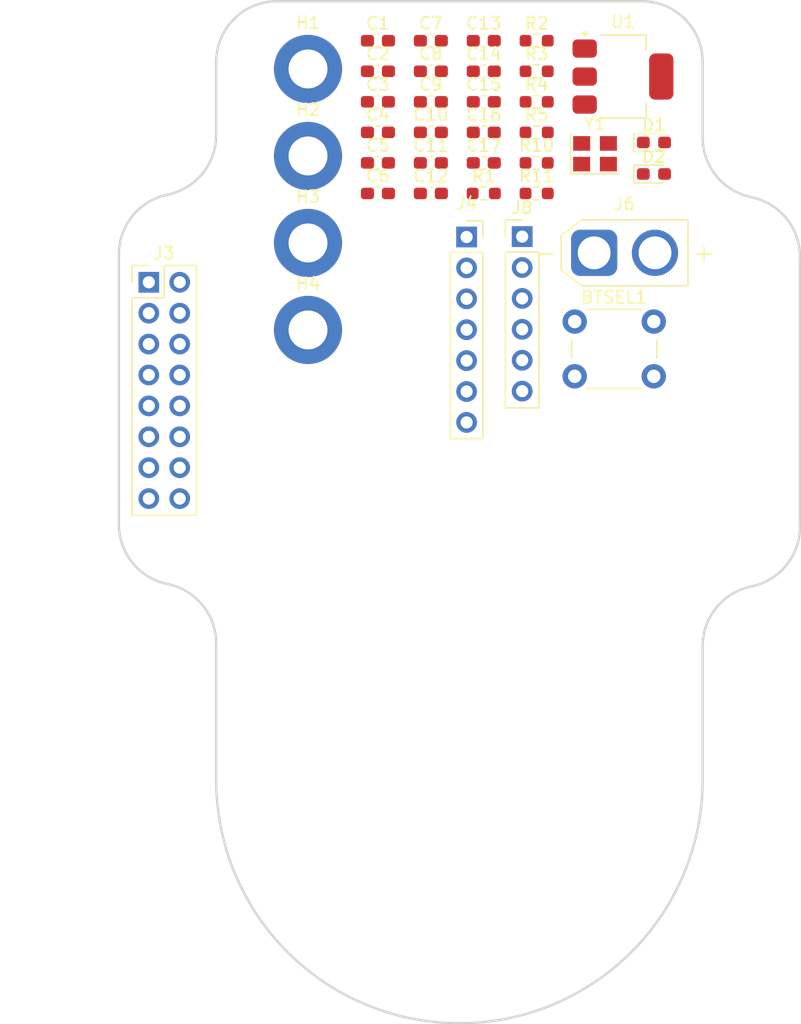
<source format=kicad_pcb>
(kicad_pcb (version 20241229) (generator "pcbnew") (generator_version "9.0")
  (layers (0 "F.Cu" signal) (2 "B.Cu" signal) (13 "F.Paste" user) (15 "B.Paste" user) (5 "F.SilkS" user "F.Silkscreen") (7 "B.SilkS" user "B.Silkscreen") (1 "F.Mask" user) (3 "B.Mask" user) (25 "Edge.Cuts" user))
  (net 0 "")
  (net 1 "GND")
  (net 2 "/~{USB_BOOT}")
  (net 3 "VBUS")
  (net 4 "/XIN")
  (net 5 "Net-(C3-Pad1)")
  (net 6 "+3V3")
  (net 7 "+1V1")
  (net 8 "Net-(D1-K)")
  (net 9 "/GPIO21")
  (net 10 "Net-(D2-K)")
  (net 11 "/GPIO22")
  (net 12 "VM")
  (net 15 "/GPIO5")
  (net 16 "/GPIO4")
  (net 17 "/GPIO23")
  (net 18 "/GPIO26_ADC0")
  (net 19 "/GPIO25")
  (net 20 "/GPIO27_ADC1")
  (net 21 "/GPIO24")
  (net 22 "/GPIO29_ADC3")
  (net 23 "/GPIO28_ADC2")
  (net 24 "/GPIO3")
  (net 25 "/GPIO1")
  (net 26 "/GPIO0")
  (net 27 "/GPIO2")
  (net 28 "/QSPI_SS")
  (net 29 "/USB_D+")
  (net 30 "Net-(U3-USB_DP)")
  (net 31 "Net-(U3-USB_DM)")
  (net 32 "/USB_D-")
  (net 33 "/XOUT")
  (footprint "Resistor_SMD:R_0603_1608Metric_Pad0.98x0.95mm_HandSolder" (layer "F.Cu") (at 74.35 22.45)
    (property "Reference" "R2" (at 0 -1.43 0) (layer "F.SilkS"))
    (property "Value" "DNF")
    (fp_line (start -0.254724 -0.5225) (end 0.254724 -0.5225) (stroke (width 0.12)) (layer "F.SilkS"))
    (fp_line (start -0.254724 0.5225) (end 0.254724 0.5225) (stroke (width 0.12)) (layer "F.SilkS"))
    (pad "1" smd roundrect (at -0.9125 0) (size 0.975 0.95) (layers "F.Cu" "F.Mask" "F.Paste") (net 6 "+3V3"))
    (pad "2" smd roundrect (at 0.9125 0) (size 0.975 0.95) (layers "F.Cu" "F.Mask" "F.Paste") (net 28 "/QSPI_SS"))
  )
  (footprint "Connector_AMASS:AMASS_XT30U-M_1x02_P5.0mm_Vertical" (layer "F.Cu") (at 79.08 39.88)
    (property "Reference" "J6" (at 2.5 -4 0) (layer "F.SilkS"))
    (property "Value" "Conn_01x02")
    (fp_line (start -2.71 -1.41) (end -2.71 1.41) (stroke (width 0.12)) (layer "F.SilkS"))
    (fp_line (start -2.71 -1.41) (end -1.01 -2.71) (stroke (width 0.12)) (layer "F.SilkS"))
    (fp_line (start -2.71 1.41) (end -1.01 2.71) (stroke (width 0.12)) (layer "F.SilkS"))
    (fp_line (start -1.01 -2.71) (end 7.71 -2.71) (stroke (width 0.12)) (layer "F.SilkS"))
    (fp_line (start -1.01 2.71) (end 7.71 2.71) (stroke (width 0.12)) (layer "F.SilkS"))
    (fp_line (start 7.71 -2.71) (end 7.71 2.71) (stroke (width 0.12)) (layer "F.SilkS"))
    (fp_text user "-" (at -4 0 0) (layer "F.SilkS") (effects (font (size 1.5 1.5))))
    (fp_text user "+" (at 9 0 0) (layer "F.SilkS") (effects (font (size 1.5 1.5))))
    (pad "1" thru_hole roundrect (at 0 0) (size 3.8 3.8) (drill 2.7) (layers "*.Cu" "*.Mask") (roundrect_rratio 0.2) (net 1 "GND"))
    (pad "2" thru_hole circle (at 5 0) (size 3.8 3.8) (drill 2.7) (layers "*.Cu" "*.Mask") (net 12 "VM"))
  )
  (footprint "Capacitor_SMD:C_0603_1608Metric_Pad1.08x0.95mm_HandSolder" (layer "F.Cu") (at 65.65 27.47)
    (property "Reference" "C9" (at 0 -1.43 0) (layer "F.SilkS"))
    (property "Value" "100n")
    (fp_line (start -0.146267 -0.51) (end 0.146267 -0.51) (stroke (width 0.12)) (layer "F.SilkS"))
    (fp_line (start -0.146267 0.51) (end 0.146267 0.51) (stroke (width 0.12)) (layer "F.SilkS"))
    (pad "1" smd roundrect (at -0.8625 0) (size 1.075 0.95) (layers "F.Cu" "F.Mask" "F.Paste") (net 6 "+3V3"))
    (pad "2" smd roundrect (at 0.8625 0) (size 1.075 0.95) (layers "F.Cu" "F.Mask" "F.Paste") (net 1 "GND"))
  )
  (footprint "LED_SMD:LED_0603_1608Metric_Pad1.05x0.95mm_HandSolder" (layer "F.Cu") (at 83.995 30.81)
    (property "Reference" "D1" (at 0 -1.43 0) (layer "F.SilkS"))
    (property "Value" "LED")
    (fp_line (start -1.66 -0.735) (end -1.66 0.735) (stroke (width 0.12)) (layer "F.SilkS"))
    (fp_line (start -1.66 0.735) (end 0.8 0.735) (stroke (width 0.12)) (layer "F.SilkS"))
    (fp_line (start 0.8 -0.735) (end -1.66 -0.735) (stroke (width 0.12)) (layer "F.SilkS"))
    (pad "1" smd roundrect (at -0.875 0) (size 1.05 0.95) (layers "F.Cu" "F.Mask" "F.Paste") (net 8 "Net-(D1-K)"))
    (pad "2" smd roundrect (at 0.875 0) (size 1.05 0.95) (layers "F.Cu" "F.Mask" "F.Paste") (net 9 "/GPIO21"))
  )
  (footprint "Capacitor_SMD:C_0603_1608Metric_Pad1.08x0.95mm_HandSolder" (layer "F.Cu") (at 70 27.47)
    (property "Reference" "C15" (at 0 -1.43 0) (layer "F.SilkS"))
    (property "Value" "100n")
    (fp_line (start -0.146267 -0.51) (end 0.146267 -0.51) (stroke (width 0.12)) (layer "F.SilkS"))
    (fp_line (start -0.146267 0.51) (end 0.146267 0.51) (stroke (width 0.12)) (layer "F.SilkS"))
    (pad "1" smd roundrect (at -0.8625 0) (size 1.075 0.95) (layers "F.Cu" "F.Mask" "F.Paste") (net 6 "+3V3"))
    (pad "2" smd roundrect (at 0.8625 0) (size 1.075 0.95) (layers "F.Cu" "F.Mask" "F.Paste") (net 1 "GND"))
  )
  (footprint "Capacitor_SMD:C_0603_1608Metric_Pad1.08x0.95mm_HandSolder" (layer "F.Cu") (at 65.65 24.96)
    (property "Reference" "C8" (at 0 -1.43 0) (layer "F.SilkS"))
    (property "Value" "1u")
    (fp_line (start -0.146267 -0.51) (end 0.146267 -0.51) (stroke (width 0.12)) (layer "F.SilkS"))
    (fp_line (start -0.146267 0.51) (end 0.146267 0.51) (stroke (width 0.12)) (layer "F.SilkS"))
    (pad "1" smd roundrect (at -0.8625 0) (size 1.075 0.95) (layers "F.Cu" "F.Mask" "F.Paste") (net 7 "+1V1"))
    (pad "2" smd roundrect (at 0.8625 0) (size 1.075 0.95) (layers "F.Cu" "F.Mask" "F.Paste") (net 1 "GND"))
  )
  (footprint "Connector_PinSocket_2.54mm:PinSocket_1x07_P2.54mm_Vertical" (layer "F.Cu") (at 68.59 38.58)
    (property "Reference" "J4" (at 0 -2.77 0) (layer "F.SilkS"))
    (property "Value" "Conn_01x07")
    (fp_line (start -1.33 1.27) (end -1.33 16.57) (stroke (width 0.12)) (layer "F.SilkS"))
    (fp_line (start -1.33 1.27) (end 1.33 1.27) (stroke (width 0.12)) (layer "F.SilkS"))
    (fp_line (start -1.33 16.57) (end 1.33 16.57) (stroke (width 0.12)) (layer "F.SilkS"))
    (fp_line (start 0 -1.33) (end 1.33 -1.33) (stroke (width 0.12)) (layer "F.SilkS"))
    (fp_line (start 1.33 -1.33) (end 1.33 0) (stroke (width 0.12)) (layer "F.SilkS"))
    (fp_line (start 1.33 1.27) (end 1.33 16.57) (stroke (width 0.12)) (layer "F.SilkS"))
    (pad "1" thru_hole rect (at 0 0) (size 1.7 1.7) (drill 1) (layers "*.Cu" "*.Mask") (net 17 "/GPIO23"))
    (pad "2" thru_hole circle (at 0 2.54) (size 1.7 1.7) (drill 1) (layers "*.Cu" "*.Mask") (net 21 "/GPIO24"))
    (pad "3" thru_hole circle (at 0 5.08) (size 1.7 1.7) (drill 1) (layers "*.Cu" "*.Mask") (net 19 "/GPIO25"))
    (pad "4" thru_hole circle (at 0 7.62) (size 1.7 1.7) (drill 1) (layers "*.Cu" "*.Mask") (net 18 "/GPIO26_ADC0"))
    (pad "5" thru_hole circle (at 0 10.16) (size 1.7 1.7) (drill 1) (layers "*.Cu" "*.Mask") (net 20 "/GPIO27_ADC1"))
    (pad "6" thru_hole circle (at 0 12.7) (size 1.7 1.7) (drill 1) (layers "*.Cu" "*.Mask") (net 23 "/GPIO28_ADC2"))
    (pad "7" thru_hole circle (at 0 15.24) (size 1.7 1.7) (drill 1) (layers "*.Cu" "*.Mask") (net 22 "/GPIO29_ADC3"))
  )
  (footprint "MountingHole:MountingHole_3.2mm_M3_DIN965_Pad_TopBottom" (layer "F.Cu") (at 55.55 24.77)
    (property "Reference" "H1" (at 0 -3.8 0) (layer "F.SilkS"))
    (property "Value" "MountingHole")
    (pad "1" thru_hole circle (at 0 0) (size 3.6 3.6) (drill 3.2) (layers "*.Cu" "*.Mask"))
    (pad "1" connect circle (at 0 0) (size 5.6 5.6) (layers "F.Cu" "F.Mask"))
    (pad "1" connect circle (at 0 0) (size 5.6 5.6) (layers "B.Cu" "B.Mask"))
  )
  (footprint "Capacitor_SMD:C_0603_1608Metric_Pad1.08x0.95mm_HandSolder" (layer "F.Cu") (at 70 24.96)
    (property "Reference" "C14" (at 0 -1.43 0) (layer "F.SilkS"))
    (property "Value" "100n")
    (fp_line (start -0.146267 -0.51) (end 0.146267 -0.51) (stroke (width 0.12)) (layer "F.SilkS"))
    (fp_line (start -0.146267 0.51) (end 0.146267 0.51) (stroke (width 0.12)) (layer "F.SilkS"))
    (pad "1" smd roundrect (at -0.8625 0) (size 1.075 0.95) (layers "F.Cu" "F.Mask" "F.Paste") (net 6 "+3V3"))
    (pad "2" smd roundrect (at 0.8625 0) (size 1.075 0.95) (layers "F.Cu" "F.Mask" "F.Paste") (net 1 "GND"))
  )
  (footprint "Capacitor_SMD:C_0603_1608Metric_Pad1.08x0.95mm_HandSolder" (layer "F.Cu") (at 70 22.45)
    (property "Reference" "C13" (at 0 -1.43 0) (layer "F.SilkS"))
    (property "Value" "100n")
    (fp_line (start -0.146267 -0.51) (end 0.146267 -0.51) (stroke (width 0.12)) (layer "F.SilkS"))
    (fp_line (start -0.146267 0.51) (end 0.146267 0.51) (stroke (width 0.12)) (layer "F.SilkS"))
    (pad "1" smd roundrect (at -0.8625 0) (size 1.075 0.95) (layers "F.Cu" "F.Mask" "F.Paste") (net 6 "+3V3"))
    (pad "2" smd roundrect (at 0.8625 0) (size 1.075 0.95) (layers "F.Cu" "F.Mask" "F.Paste") (net 1 "GND"))
  )
  (footprint "Resistor_SMD:R_0603_1608Metric_Pad0.98x0.95mm_HandSolder" (layer "F.Cu") (at 74.35 24.96)
    (property "Reference" "R3" (at 0 -1.43 0) (layer "F.SilkS"))
    (property "Value" "27")
    (fp_line (start -0.254724 -0.5225) (end 0.254724 -0.5225) (stroke (width 0.12)) (layer "F.SilkS"))
    (fp_line (start -0.254724 0.5225) (end 0.254724 0.5225) (stroke (width 0.12)) (layer "F.SilkS"))
    (pad "1" smd roundrect (at -0.9125 0) (size 0.975 0.95) (layers "F.Cu" "F.Mask" "F.Paste") (net 29 "/USB_D+"))
    (pad "2" smd roundrect (at 0.9125 0) (size 0.975 0.95) (layers "F.Cu" "F.Mask" "F.Paste") (net 30 "Net-(U3-USB_DP)"))
  )
  (footprint "Capacitor_SMD:C_0603_1608Metric_Pad1.08x0.95mm_HandSolder" (layer "F.Cu") (at 61.3 24.96)
    (property "Reference" "C2" (at 0 -1.43 0) (layer "F.SilkS"))
    (property "Value" "15p")
    (fp_line (start -0.146267 -0.51) (end 0.146267 -0.51) (stroke (width 0.12)) (layer "F.SilkS"))
    (fp_line (start -0.146267 0.51) (end 0.146267 0.51) (stroke (width 0.12)) (layer "F.SilkS"))
    (pad "1" smd roundrect (at -0.8625 0) (size 1.075 0.95) (layers "F.Cu" "F.Mask" "F.Paste") (net 4 "/XIN"))
    (pad "2" smd roundrect (at 0.8625 0) (size 1.075 0.95) (layers "F.Cu" "F.Mask" "F.Paste") (net 1 "GND"))
  )
  (footprint "Capacitor_SMD:C_0603_1608Metric_Pad1.08x0.95mm_HandSolder" (layer "F.Cu") (at 61.3 29.98)
    (property "Reference" "C4" (at 0 -1.43 0) (layer "F.SilkS"))
    (property "Value" "10u")
    (fp_line (start -0.146267 -0.51) (end 0.146267 -0.51) (stroke (width 0.12)) (layer "F.SilkS"))
    (fp_line (start -0.146267 0.51) (end 0.146267 0.51) (stroke (width 0.12)) (layer "F.SilkS"))
    (pad "1" smd roundrect (at -0.8625 0) (size 1.075 0.95) (layers "F.Cu" "F.Mask" "F.Paste") (net 6 "+3V3"))
    (pad "2" smd roundrect (at 0.8625 0) (size 1.075 0.95) (layers "F.Cu" "F.Mask" "F.Paste") (net 1 "GND"))
  )
  (footprint "Resistor_SMD:R_0603_1608Metric_Pad0.98x0.95mm_HandSolder" (layer "F.Cu") (at 74.35 27.47)
    (property "Reference" "R4" (at 0 -1.43 0) (layer "F.SilkS"))
    (property "Value" "27")
    (fp_line (start -0.254724 -0.5225) (end 0.254724 -0.5225) (stroke (width 0.12)) (layer "F.SilkS"))
    (fp_line (start -0.254724 0.5225) (end 0.254724 0.5225) (stroke (width 0.12)) (layer "F.SilkS"))
    (pad "1" smd roundrect (at -0.9125 0) (size 0.975 0.95) (layers "F.Cu" "F.Mask" "F.Paste") (net 32 "/USB_D-"))
    (pad "2" smd roundrect (at 0.9125 0) (size 0.975 0.95) (layers "F.Cu" "F.Mask" "F.Paste") (net 31 "Net-(U3-USB_DM)"))
  )
  (footprint "Connector_PinHeader_2.54mm:PinHeader_1x06_P2.54mm_Vertical" (layer "F.Cu") (at 73.16 38.55)
    (property "Reference" "J8" (at 0 -2.38 0) (layer "F.SilkS"))
    (property "Value" "Conn_01x06")
    (fp_line (start -1.38 -1.38) (end 0 -1.38) (stroke (width 0.12)) (layer "F.SilkS"))
    (fp_line (start -1.38 0) (end -1.38 -1.38) (stroke (width 0.12)) (layer "F.SilkS"))
    (fp_line (start -1.38 1.27) (end -1.38 14.08) (stroke (width 0.12)) (layer "F.SilkS"))
    (fp_line (start -1.38 1.27) (end 1.38 1.27) (stroke (width 0.12)) (layer "F.SilkS"))
    (fp_line (start -1.38 14.08) (end 1.38 14.08) (stroke (width 0.12)) (layer "F.SilkS"))
    (fp_line (start 1.38 1.27) (end 1.38 14.08) (stroke (width 0.12)) (layer "F.SilkS"))
    (pad "1" thru_hole rect (at 0 0) (size 1.7 1.7) (drill 1) (layers "*.Cu" "*.Mask") (net 26 "/GPIO0"))
    (pad "2" thru_hole circle (at 0 2.54) (size 1.7 1.7) (drill 1) (layers "*.Cu" "*.Mask") (net 25 "/GPIO1"))
    (pad "3" thru_hole circle (at 0 5.08) (size 1.7 1.7) (drill 1) (layers "*.Cu" "*.Mask") (net 27 "/GPIO2"))
    (pad "4" thru_hole circle (at 0 7.62) (size 1.7 1.7) (drill 1) (layers "*.Cu" "*.Mask") (net 24 "/GPIO3"))
    (pad "5" thru_hole circle (at 0 10.16) (size 1.7 1.7) (drill 1) (layers "*.Cu" "*.Mask") (net 16 "/GPIO4"))
    (pad "6" thru_hole circle (at 0 12.7) (size 1.7 1.7) (drill 1) (layers "*.Cu" "*.Mask") (net 15 "/GPIO5"))
  )
  (footprint "Capacitor_SMD:C_0603_1608Metric_Pad1.08x0.95mm_HandSolder" (layer "F.Cu") (at 61.3 22.45)
    (property "Reference" "C1" (at 0 -1.43 0) (layer "F.SilkS"))
    (property "Value" "10u")
    (fp_line (start -0.146267 -0.51) (end 0.146267 -0.51) (stroke (width 0.12)) (layer "F.SilkS"))
    (fp_line (start -0.146267 0.51) (end 0.146267 0.51) (stroke (width 0.12)) (layer "F.SilkS"))
    (pad "1" smd roundrect (at -0.8625 0) (size 1.075 0.95) (layers "F.Cu" "F.Mask" "F.Paste") (net 3 "VBUS"))
    (pad "2" smd roundrect (at 0.8625 0) (size 1.075 0.95) (layers "F.Cu" "F.Mask" "F.Paste") (net 1 "GND"))
  )
  (footprint "Button_Switch_THT:SW_PUSH_6mm" (layer "F.Cu") (at 77.48 45.53)
    (property "Reference" "BTSEL1" (at 3.25 -2 0) (layer "F.SilkS"))
    (property "Value" "SW_Push")
    (fp_line (start -0.25 1.5) (end -0.25 3) (stroke (width 0.12)) (layer "F.SilkS"))
    (fp_line (start 1 5.5) (end 5.5 5.5) (stroke (width 0.12)) (layer "F.SilkS"))
    (fp_line (start 5.5 -1) (end 1 -1) (stroke (width 0.12)) (layer "F.SilkS"))
    (fp_line (start 6.75 3) (end 6.75 1.5) (stroke (width 0.12)) (layer "F.SilkS"))
    (pad "1" thru_hole circle (at 0 0 90) (size 2 2) (drill 1.1) (layers "*.Cu" "*.Mask") (net 1 "GND"))
    (pad "1" thru_hole circle (at 6.5 0 90) (size 2 2) (drill 1.1) (layers "*.Cu" "*.Mask") (net 1 "GND"))
    (pad "2" thru_hole circle (at 0 4.5 90) (size 2 2) (drill 1.1) (layers "*.Cu" "*.Mask") (net 2 "/~{USB_BOOT}"))
    (pad "2" thru_hole circle (at 6.5 4.5 90) (size 2 2) (drill 1.1) (layers "*.Cu" "*.Mask") (net 2 "/~{USB_BOOT}"))
  )
  (footprint "Resistor_SMD:R_0603_1608Metric_Pad0.98x0.95mm_HandSolder" (layer "F.Cu") (at 74.35 35)
    (property "Reference" "R11" (at 0 -1.43 0) (layer "F.SilkS"))
    (property "Value" "430")
    (fp_line (start -0.254724 -0.5225) (end 0.254724 -0.5225) (stroke (width 0.12)) (layer "F.SilkS"))
    (fp_line (start -0.254724 0.5225) (end 0.254724 0.5225) (stroke (width 0.12)) (layer "F.SilkS"))
    (pad "1" smd roundrect (at -0.9125 0) (size 0.975 0.95) (layers "F.Cu" "F.Mask" "F.Paste") (net 1 "GND"))
    (pad "2" smd roundrect (at 0.9125 0) (size 0.975 0.95) (layers "F.Cu" "F.Mask" "F.Paste") (net 10 "Net-(D2-K)"))
  )
  (footprint "Capacitor_SMD:C_0603_1608Metric_Pad1.08x0.95mm_HandSolder" (layer "F.Cu") (at 61.3 35)
    (property "Reference" "C6" (at 0 -1.43 0) (layer "F.SilkS"))
    (property "Value" "100n")
    (fp_line (start -0.146267 -0.51) (end 0.146267 -0.51) (stroke (width 0.12)) (layer "F.SilkS"))
    (fp_line (start -0.146267 0.51) (end 0.146267 0.51) (stroke (width 0.12)) (layer "F.SilkS"))
    (pad "1" smd roundrect (at -0.8625 0) (size 1.075 0.95) (layers "F.Cu" "F.Mask" "F.Paste") (net 7 "+1V1"))
    (pad "2" smd roundrect (at 0.8625 0) (size 1.075 0.95) (layers "F.Cu" "F.Mask" "F.Paste") (net 1 "GND"))
  )
  (footprint "Capacitor_SMD:C_0603_1608Metric_Pad1.08x0.95mm_HandSolder" (layer "F.Cu") (at 65.65 22.45)
    (property "Reference" "C7" (at 0 -1.43 0) (layer "F.SilkS"))
    (property "Value" "100n")
    (fp_line (start -0.146267 -0.51) (end 0.146267 -0.51) (stroke (width 0.12)) (layer "F.SilkS"))
    (fp_line (start -0.146267 0.51) (end 0.146267 0.51) (stroke (width 0.12)) (layer "F.SilkS"))
    (pad "1" smd roundrect (at -0.8625 0) (size 1.075 0.95) (layers "F.Cu" "F.Mask" "F.Paste") (net 7 "+1V1"))
    (pad "2" smd roundrect (at 0.8625 0) (size 1.075 0.95) (layers "F.Cu" "F.Mask" "F.Paste") (net 1 "GND"))
  )
  (footprint "Capacitor_SMD:C_0603_1608Metric_Pad1.08x0.95mm_HandSolder" (layer "F.Cu") (at 61.3 32.49)
    (property "Reference" "C5" (at 0 -1.43 0) (layer "F.SilkS"))
    (property "Value" "100n")
    (fp_line (start -0.146267 -0.51) (end 0.146267 -0.51) (stroke (width 0.12)) (layer "F.SilkS"))
    (fp_line (start -0.146267 0.51) (end 0.146267 0.51) (stroke (width 0.12)) (layer "F.SilkS"))
    (pad "1" smd roundrect (at -0.8625 0) (size 1.075 0.95) (layers "F.Cu" "F.Mask" "F.Paste") (net 6 "+3V3"))
    (pad "2" smd roundrect (at 0.8625 0) (size 1.075 0.95) (layers "F.Cu" "F.Mask" "F.Paste") (net 1 "GND"))
  )
  (footprint "Capacitor_SMD:C_0603_1608Metric_Pad1.08x0.95mm_HandSolder" (layer "F.Cu") (at 65.65 35)
    (property "Reference" "C12" (at 0 -1.43 0) (layer "F.SilkS"))
    (property "Value" "100n")
    (fp_line (start -0.146267 -0.51) (end 0.146267 -0.51) (stroke (width 0.12)) (layer "F.SilkS"))
    (fp_line (start -0.146267 0.51) (end 0.146267 0.51) (stroke (width 0.12)) (layer "F.SilkS"))
    (pad "1" smd roundrect (at -0.8625 0) (size 1.075 0.95) (layers "F.Cu" "F.Mask" "F.Paste") (net 6 "+3V3"))
    (pad "2" smd roundrect (at 0.8625 0) (size 1.075 0.95) (layers "F.Cu" "F.Mask" "F.Paste") (net 1 "GND"))
  )
  (footprint "Capacitor_SMD:C_0603_1608Metric_Pad1.08x0.95mm_HandSolder" (layer "F.Cu") (at 65.65 32.49)
    (property "Reference" "C11" (at 0 -1.43 0) (layer "F.SilkS"))
    (property "Value" "100n")
    (fp_line (start -0.146267 -0.51) (end 0.146267 -0.51) (stroke (width 0.12)) (layer "F.SilkS"))
    (fp_line (start -0.146267 0.51) (end 0.146267 0.51) (stroke (width 0.12)) (layer "F.SilkS"))
    (pad "1" smd roundrect (at -0.8625 0) (size 1.075 0.95) (layers "F.Cu" "F.Mask" "F.Paste") (net 6 "+3V3"))
    (pad "2" smd roundrect (at 0.8625 0) (size 1.075 0.95) (layers "F.Cu" "F.Mask" "F.Paste") (net 1 "GND"))
  )
  (footprint "Resistor_SMD:R_0603_1608Metric_Pad0.98x0.95mm_HandSolder" (layer "F.Cu") (at 74.35 29.98)
    (property "Reference" "R5" (at 0 -1.43 0) (layer "F.SilkS"))
    (property "Value" "1k")
    (fp_line (start -0.254724 -0.5225) (end 0.254724 -0.5225) (stroke (width 0.12)) (layer "F.SilkS"))
    (fp_line (start -0.254724 0.5225) (end 0.254724 0.5225) (stroke (width 0.12)) (layer "F.SilkS"))
    (pad "1" smd roundrect (at -0.9125 0) (size 0.975 0.95) (layers "F.Cu" "F.Mask" "F.Paste") (net 33 "/XOUT"))
    (pad "2" smd roundrect (at 0.9125 0) (size 0.975 0.95) (layers "F.Cu" "F.Mask" "F.Paste") (net 5 "Net-(C3-Pad1)"))
  )
  (footprint "Resistor_SMD:R_0603_1608Metric_Pad0.98x0.95mm_HandSolder" (layer "F.Cu") (at 74.35 32.49)
    (property "Reference" "R10" (at 0 -1.43 0) (layer "F.SilkS"))
    (property "Value" "430")
    (fp_line (start -0.254724 -0.5225) (end 0.254724 -0.5225) (stroke (width 0.12)) (layer "F.SilkS"))
    (fp_line (start -0.254724 0.5225) (end 0.254724 0.5225) (stroke (width 0.12)) (layer "F.SilkS"))
    (pad "1" smd roundrect (at -0.9125 0) (size 0.975 0.95) (layers "F.Cu" "F.Mask" "F.Paste") (net 1 "GND"))
    (pad "2" smd roundrect (at 0.9125 0) (size 0.975 0.95) (layers "F.Cu" "F.Mask" "F.Paste") (net 8 "Net-(D1-K)"))
  )
  (footprint "MountingHole:MountingHole_3.2mm_M3_DIN965_Pad_TopBottom" (layer "F.Cu") (at 55.55 31.92)
    (property "Reference" "H2" (at 0 -3.8 0) (layer "F.SilkS"))
    (property "Value" "MountingHole")
    (pad "1" thru_hole circle (at 0 0) (size 3.6 3.6) (drill 3.2) (layers "*.Cu" "*.Mask"))
    (pad "1" connect circle (at 0 0) (size 5.6 5.6) (layers "F.Cu" "F.Mask"))
    (pad "1" connect circle (at 0 0) (size 5.6 5.6) (layers "B.Cu" "B.Mask"))
  )
  (footprint "Capacitor_SMD:C_0603_1608Metric_Pad1.08x0.95mm_HandSolder" (layer "F.Cu") (at 61.3 27.47)
    (property "Reference" "C3" (at 0 -1.43 0) (layer "F.SilkS"))
    (property "Value" "15p")
    (fp_line (start -0.146267 -0.51) (end 0.146267 -0.51) (stroke (width 0.12)) (layer "F.SilkS"))
    (fp_line (start -0.146267 0.51) (end 0.146267 0.51) (stroke (width 0.12)) (layer "F.SilkS"))
    (pad "1" smd roundrect (at -0.8625 0) (size 1.075 0.95) (layers "F.Cu" "F.Mask" "F.Paste") (net 5 "Net-(C3-Pad1)"))
    (pad "2" smd roundrect (at 0.8625 0) (size 1.075 0.95) (layers "F.Cu" "F.Mask" "F.Paste") (net 1 "GND"))
  )
  (footprint "Crystal:Crystal_SMD_3225-4Pin_3.2x2.5mm" (layer "F.Cu") (at 79.15 31.74)
    (property "Reference" "Y1" (at 0 -2.45 0) (layer "F.SilkS"))
    (property "Value" "ABM8-272-T3")
    (fp_line (start -2 -1.65) (end -2 1.65) (stroke (width 0.12)) (layer "F.SilkS"))
    (fp_line (start -2 1.65) (end 2 1.65) (stroke (width 0.12)) (layer "F.SilkS"))
    (pad "1" smd rect (at -1.1 0.85) (size 1.4 1.2) (layers "F.Cu" "F.Mask" "F.Paste") (net 4 "/XIN"))
    (pad "2" smd rect (at 1.1 0.85) (size 1.4 1.2) (layers "F.Cu" "F.Mask" "F.Paste") (net 1 "GND"))
    (pad "3" smd rect (at 1.1 -0.85) (size 1.4 1.2) (layers "F.Cu" "F.Mask" "F.Paste") (net 5 "Net-(C3-Pad1)"))
    (pad "4" smd rect (at -1.1 -0.85) (size 1.4 1.2) (layers "F.Cu" "F.Mask" "F.Paste") (net 1 "GND"))
  )
  (footprint "MountingHole:MountingHole_3.2mm_M3_DIN965_Pad_TopBottom" (layer "F.Cu") (at 55.55 46.22)
    (property "Reference" "H4" (at 0 -3.8 0) (layer "F.SilkS"))
    (property "Value" "MountingHole")
    (pad "1" thru_hole circle (at 0 0) (size 3.6 3.6) (drill 3.2) (layers "*.Cu" "*.Mask"))
    (pad "1" connect circle (at 0 0) (size 5.6 5.6) (layers "F.Cu" "F.Mask"))
    (pad "1" connect circle (at 0 0) (size 5.6 5.6) (layers "B.Cu" "B.Mask"))
  )
  (footprint "Resistor_SMD:R_0603_1608Metric_Pad0.98x0.95mm_HandSolder" (layer "F.Cu") (at 70 35)
    (property "Reference" "R1" (at 0 -1.43 0) (layer "F.SilkS"))
    (property "Value" "1k")
    (fp_line (start -0.254724 -0.5225) (end 0.254724 -0.5225) (stroke (width 0.12)) (layer "F.SilkS"))
    (fp_line (start -0.254724 0.5225) (end 0.254724 0.5225) (stroke (width 0.12)) (layer "F.SilkS"))
    (pad "1" smd roundrect (at -0.9125 0) (size 0.975 0.95) (layers "F.Cu" "F.Mask" "F.Paste") (net 28 "/QSPI_SS"))
    (pad "2" smd roundrect (at 0.9125 0) (size 0.975 0.95) (layers "F.Cu" "F.Mask" "F.Paste") (net 2 "/~{USB_BOOT}"))
  )
  (footprint "LED_SMD:LED_0603_1608Metric_Pad1.05x0.95mm_HandSolder" (layer "F.Cu") (at 83.995 33.4)
    (property "Reference" "D2" (at 0 -1.43 0) (layer "F.SilkS"))
    (property "Value" "LED")
    (fp_line (start -1.66 -0.735) (end -1.66 0.735) (stroke (width 0.12)) (layer "F.SilkS"))
    (fp_line (start -1.66 0.735) (end 0.8 0.735) (stroke (width 0.12)) (layer "F.SilkS"))
    (fp_line (start 0.8 -0.735) (end -1.66 -0.735) (stroke (width 0.12)) (layer "F.SilkS"))
    (pad "1" smd roundrect (at -0.875 0) (size 1.05 0.95) (layers "F.Cu" "F.Mask" "F.Paste") (net 10 "Net-(D2-K)"))
    (pad "2" smd roundrect (at 0.875 0) (size 1.05 0.95) (layers "F.Cu" "F.Mask" "F.Paste") (net 11 "/GPIO22"))
  )
  (footprint "Capacitor_SMD:C_0603_1608Metric_Pad1.08x0.95mm_HandSolder" (layer "F.Cu") (at 65.65 29.98)
    (property "Reference" "C10" (at 0 -1.43 0) (layer "F.SilkS"))
    (property "Value" "1u")
    (fp_line (start -0.146267 -0.51) (end 0.146267 -0.51) (stroke (width 0.12)) (layer "F.SilkS"))
    (fp_line (start -0.146267 0.51) (end 0.146267 0.51) (stroke (width 0.12)) (layer "F.SilkS"))
    (pad "1" smd roundrect (at -0.8625 0) (size 1.075 0.95) (layers "F.Cu" "F.Mask" "F.Paste") (net 6 "+3V3"))
    (pad "2" smd roundrect (at 0.8625 0) (size 1.075 0.95) (layers "F.Cu" "F.Mask" "F.Paste") (net 1 "GND"))
  )
  (footprint "MountingHole:MountingHole_3.2mm_M3_DIN965_Pad_TopBottom" (layer "F.Cu") (at 55.55 39.07)
    (property "Reference" "H3" (at 0 -3.8 0) (layer "F.SilkS"))
    (property "Value" "MountingHole")
    (pad "1" thru_hole circle (at 0 0) (size 3.6 3.6) (drill 3.2) (layers "*.Cu" "*.Mask"))
    (pad "1" connect circle (at 0 0) (size 5.6 5.6) (layers "F.Cu" "F.Mask"))
    (pad "1" connect circle (at 0 0) (size 5.6 5.6) (layers "B.Cu" "B.Mask"))
  )
  (footprint "Package_TO_SOT_SMD:SOT-223-3_TabPin2" (layer "F.Cu") (at 81.45 25.395)
    (property "Reference" "U1" (at 0 -4.5 0) (layer "F.SilkS"))
    (property "Value" "NCP1117-3.3_SOT223")
    (fp_line (start -1.85 -3.41) (end 1.91 -3.41) (stroke (width 0.12)) (layer "F.SilkS"))
    (fp_line (start -1.85 3.41) (end 1.91 3.41) (stroke (width 0.12)) (layer "F.SilkS"))
    (fp_line (start 1.91 -3.41) (end 1.91 -2.15) (stroke (width 0.12)) (layer "F.SilkS"))
    (fp_line (start 1.91 3.41) (end 1.91 2.15) (stroke (width 0.12)) (layer "F.SilkS"))
    (fp_poly (pts (xy -3.13 -3.31) (xy -3.37 -3.64) (xy -2.89 -3.64) (xy -3.13 -3.31)) (stroke (width 0.12)) (fill yes) (layer "F.SilkS"))
    (pad "1" smd roundrect (at -3.15 -2.3) (size 2 1.5) (layers "F.Cu" "F.Mask" "F.Paste") (net 1 "GND"))
    (pad "2" smd roundrect (at -3.15 0) (size 2 1.5) (layers "F.Cu" "F.Mask" "F.Paste") (net 6 "+3V3"))
    (pad "2" smd roundrect (at 3.15 0) (size 2 3.8) (layers "F.Cu" "F.Mask" "F.Paste") (net 6 "+3V3"))
    (pad "3" smd roundrect (at -3.15 2.3) (size 2 1.5) (layers "F.Cu" "F.Mask" "F.Paste") (net 3 "VBUS"))
  )
  (footprint "Connector_PinHeader_2.54mm:PinHeader_2x08_P2.54mm_Vertical" (layer "F.Cu") (at 42.46 42.3)
    (property "Reference" "J3" (at 1.27 -2.38 0) (layer "F.SilkS"))
    (property "Value" "Conn_02x08_Odd_Even_MountingPin")
    (fp_line (start -1.38 -1.38) (end 0 -1.38) (stroke (width 0.12)) (layer "F.SilkS"))
    (fp_line (start -1.38 0) (end -1.38 -1.38) (stroke (width 0.12)) (layer "F.SilkS"))
    (fp_line (start -1.38 1.27) (end -1.38 19.16) (stroke (width 0.12)) (layer "F.SilkS"))
    (fp_line (start -1.38 1.27) (end 1.27 1.27) (stroke (width 0.12)) (layer "F.SilkS"))
    (fp_line (start -1.38 19.16) (end 3.92 19.16) (stroke (width 0.12)) (layer "F.SilkS"))
    (fp_line (start 1.27 -1.38) (end 3.92 -1.38) (stroke (width 0.12)) (layer "F.SilkS"))
    (fp_line (start 1.27 1.27) (end 1.27 -1.38) (stroke (width 0.12)) (layer "F.SilkS"))
    (fp_line (start 3.92 -1.38) (end 3.92 19.16) (stroke (width 0.12)) (layer "F.SilkS"))
    (pad "1" thru_hole rect (at 0 0) (size 1.7 1.7) (drill 1) (layers "*.Cu" "*.Mask") (net 12 "VM"))
    (pad "2" thru_hole circle (at 2.54 0) (size 1.7 1.7) (drill 1) (layers "*.Cu" "*.Mask") (net 12 "VM"))
    (pad "3" thru_hole circle (at 0 2.54) (size 1.7 1.7) (drill 1) (layers "*.Cu" "*.Mask") (net 12 "VM"))
    (pad "4" thru_hole circle (at 2.54 2.54) (size 1.7 1.7) (drill 1) (layers "*.Cu" "*.Mask") (net 12 "VM"))
    (pad "5" thru_hole circle (at 0 5.08) (size 1.7 1.7) (drill 1) (layers "*.Cu" "*.Mask") (net 12 "VM"))
    (pad "6" thru_hole circle (at 2.54 5.08) (size 1.7 1.7) (drill 1) (layers "*.Cu" "*.Mask") (net 12 "VM"))
    (pad "7" thru_hole circle (at 0 7.62) (size 1.7 1.7) (drill 1) (layers "*.Cu" "*.Mask") (net 1 "GND"))
    (pad "8" thru_hole circle (at 2.54 7.62) (size 1.7 1.7) (drill 1) (layers "*.Cu" "*.Mask") (net 1 "GND"))
    (pad "9" thru_hole circle (at 0 10.16) (size 1.7 1.7) (drill 1) (layers "*.Cu" "*.Mask") (net 1 "GND"))
    (pad "10" thru_hole circle (at 2.54 10.16) (size 1.7 1.7) (drill 1) (layers "*.Cu" "*.Mask") (net 1 "GND"))
    (pad "11" thru_hole circle (at 0 12.7) (size 1.7 1.7) (drill 1) (layers "*.Cu" "*.Mask") (net 1 "GND"))
    (pad "12" thru_hole circle (at 2.54 12.7) (size 1.7 1.7) (drill 1) (layers "*.Cu" "*.Mask") (net 1 "GND"))
    (pad "13" thru_hole circle (at 0 15.24) (size 1.7 1.7) (drill 1) (layers "*.Cu" "*.Mask"))
    (pad "14" thru_hole circle (at 2.54 15.24) (size 1.7 1.7) (drill 1) (layers "*.Cu" "*.Mask"))
    (pad "15" thru_hole circle (at 0 17.78) (size 1.7 1.7) (drill 1) (layers "*.Cu" "*.Mask") (net 15 "/GPIO5"))
    (pad "16" thru_hole circle (at 2.54 17.78) (size 1.7 1.7) (drill 1) (layers "*.Cu" "*.Mask") (net 16 "/GPIO4"))
  )
  (footprint "Capacitor_SMD:C_0603_1608Metric_Pad1.08x0.95mm_HandSolder" (layer "F.Cu") (at 70 29.98)
    (property "Reference" "C16" (at 0 -1.43 0) (layer "F.SilkS"))
    (property "Value" "100n")
    (fp_line (start -0.146267 -0.51) (end 0.146267 -0.51) (stroke (width 0.12)) (layer "F.SilkS"))
    (fp_line (start -0.146267 0.51) (end 0.146267 0.51) (stroke (width 0.12)) (layer "F.SilkS"))
    (pad "1" smd roundrect (at -0.8625 0) (size 1.075 0.95) (layers "F.Cu" "F.Mask" "F.Paste") (net 6 "+3V3"))
    (pad "2" smd roundrect (at 0.8625 0) (size 1.075 0.95) (layers "F.Cu" "F.Mask" "F.Paste") (net 1 "GND"))
  )
  (footprint "Capacitor_SMD:C_0603_1608Metric_Pad1.08x0.95mm_HandSolder" (layer "F.Cu") (at 70 32.49)
    (property "Reference" "C17" (at 0 -1.43 0) (layer "F.SilkS"))
    (property "Value" "10u")
    (fp_line (start -0.146267 -0.51) (end 0.146267 -0.51) (stroke (width 0.12)) (layer "F.SilkS"))
    (fp_line (start -0.146267 0.51) (end 0.146267 0.51) (stroke (width 0.12)) (layer "F.SilkS"))
    (pad "1" smd roundrect (at -0.8625 0) (size 1.075 0.95) (layers "F.Cu" "F.Mask" "F.Paste") (net 6 "+3V3"))
    (pad "2" smd roundrect (at 0.8625 0) (size 1.075 0.95) (layers "F.Cu" "F.Mask" "F.Paste") (net 1 "GND"))
  )
  (gr_arc (start 92 35.303061) (mid 94.872983 37.039763) (end 95.999999 40.20204) (stroke (width 0.2)) (layer "Edge.Cuts"))
  (gr_line (start 40 40) (end 40 62.202042) (stroke (width 0.2)) (layer "Edge.Cuts"))
  (gr_arc (start 40 40) (mid 41.127017 36.837722) (end 44 35.101019) (stroke (width 0.2)) (layer "Edge.Cuts"))
  (gr_arc (start 88 83.20204) (mid 68 103.20204) (end 48 83.20204) (stroke (width 0.2)) (layer "Edge.Cuts"))
  (gr_line (start 88 83.20204) (end 88 72.20204) (stroke (width 0.2)) (layer "Edge.Cuts"))
  (gr_line (start 88 30.383792) (end 88 24.20204) (stroke (width 0.2)) (layer "Edge.Cuts"))
  (gr_arc (start 96 62.40408) (mid 94.872983 65.566358) (end 92 67.303061) (stroke (width 0.2)) (layer "Edge.Cuts"))
  (gr_arc (start 48 30.202038) (mid 46.872983 33.364317) (end 44 35.101019) (stroke (width 0.2)) (layer "Edge.Cuts"))
  (gr_line (start 48 71.999997) (end 48 83.20204) (stroke (width 0.2)) (layer "Edge.Cuts"))
  (gr_arc (start 83 19.20204) (mid 86.535534 20.666506) (end 88 24.20204) (stroke (width 0.2)) (layer "Edge.Cuts"))
  (gr_arc (start 92 35.303061) (mid 89.127016 33.566359) (end 88 30.383792) (stroke (width 0.2)) (layer "Edge.Cuts"))
  (gr_line (start 95.999999 40.20204) (end 96 40.20204) (stroke (width 0.2)) (layer "Edge.Cuts"))
  (gr_line (start 83 19.20204) (end 52.999999 19.20204) (stroke (width 0.2)) (layer "Edge.Cuts"))
  (gr_line (start 96 62.40408) (end 96 40.20204) (stroke (width 0.2)) (layer "Edge.Cuts"))
  (gr_arc (start 48 24.202041) (mid 49.464466 20.666506) (end 52.999999 19.20204) (stroke (width 0.2)) (layer "Edge.Cuts"))
  (gr_arc (start 88 72.20204) (mid 89.127017 69.039762) (end 92 67.303061) (stroke (width 0.2)) (layer "Edge.Cuts"))
  (gr_arc (start 44 67.101019) (mid 41.127016 65.364318) (end 40 62.202042) (stroke (width 0.2)) (layer "Edge.Cuts"))
  (gr_line (start 48 24.202041) (end 48 30.202038) (stroke (width 0.2)) (layer "Edge.Cuts"))
  (gr_arc (start 44 67.101019) (mid 46.872984 68.837721) (end 48 71.999997) (stroke (width 0.2)) (layer "Edge.Cuts"))
)
</source>
